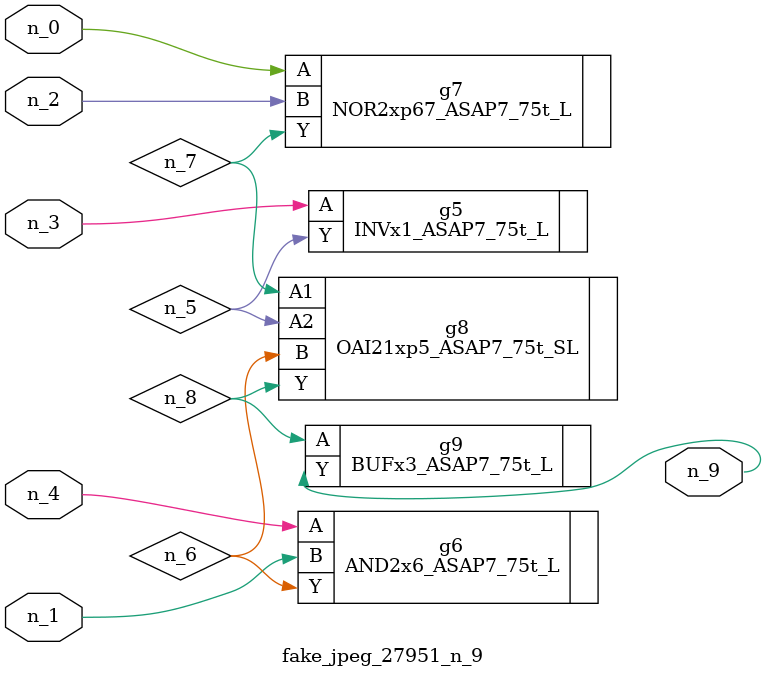
<source format=v>
module fake_jpeg_27951_n_9 (n_3, n_2, n_1, n_0, n_4, n_9);

input n_3;
input n_2;
input n_1;
input n_0;
input n_4;

output n_9;

wire n_8;
wire n_6;
wire n_5;
wire n_7;

INVx1_ASAP7_75t_L g5 ( 
.A(n_3),
.Y(n_5)
);

AND2x6_ASAP7_75t_L g6 ( 
.A(n_4),
.B(n_1),
.Y(n_6)
);

NOR2xp67_ASAP7_75t_L g7 ( 
.A(n_0),
.B(n_2),
.Y(n_7)
);

OAI21xp5_ASAP7_75t_SL g8 ( 
.A1(n_7),
.A2(n_5),
.B(n_6),
.Y(n_8)
);

BUFx3_ASAP7_75t_L g9 ( 
.A(n_8),
.Y(n_9)
);


endmodule
</source>
